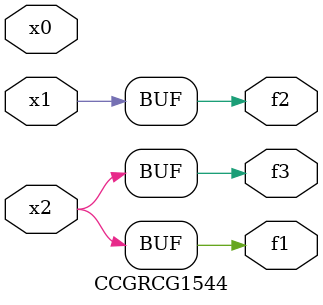
<source format=v>
module CCGRCG1544(
	input x0, x1, x2,
	output f1, f2, f3
);
	assign f1 = x2;
	assign f2 = x1;
	assign f3 = x2;
endmodule

</source>
